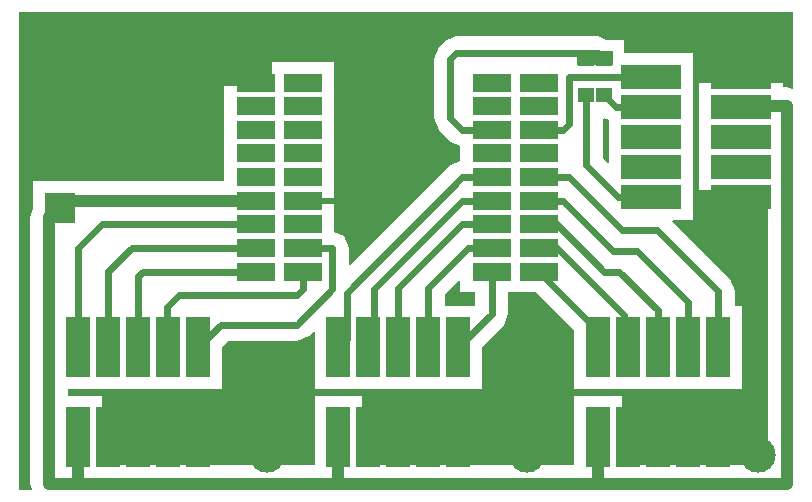
<source format=gtl>
G04 Layer_Physical_Order=1*
G04 Layer_Color=255*
%FSAX44Y44*%
%MOMM*%
G71*
G01*
G75*
%ADD10R,5.0800X2.0000*%
%ADD11R,2.0000X5.0800*%
%ADD12R,3.3000X1.5000*%
%ADD13R,1.4000X1.2000*%
%ADD14C,1.0000*%
%ADD15C,0.6000*%
%ADD16R,8.5000X2.0000*%
%ADD17R,9.0000X2.0000*%
%ADD18R,3.1000X1.2000*%
%ADD19R,2.5000X2.5000*%
%ADD20C,3.0000*%
G36*
X00903500Y00511941D02*
Y00502500D01*
X00915929D01*
Y00491200D01*
X00890271D01*
Y00500372D01*
X00902327Y00512427D01*
X00903500Y00511941D01*
D02*
G37*
G36*
X01029200Y00647998D02*
Y00639600D01*
Y00614200D01*
Y00612359D01*
X01028027Y00611873D01*
X01024071Y00615828D01*
Y00649130D01*
X01025341Y00649596D01*
X01029200Y00647998D01*
D02*
G37*
G36*
X01185000Y00675308D02*
X01183944Y00674602D01*
X01180000Y00676236D01*
X01176200D01*
Y00679600D01*
X01105400D01*
Y00639600D01*
Y00614200D01*
Y00588800D01*
X01163764D01*
Y00356236D01*
X01040000D01*
Y00415000D01*
X01000000D01*
Y00356236D01*
X00820000D01*
Y00415000D01*
X00780000D01*
Y00356236D01*
X00600000D01*
Y00415000D01*
X00571236D01*
Y00420400D01*
X00701600D01*
Y00455900D01*
X00706628Y00460929D01*
X00765000D01*
X00774950Y00465050D01*
X00778827Y00468927D01*
X00780000Y00468441D01*
Y00420400D01*
X00921600D01*
Y00455900D01*
X00939950Y00474250D01*
X00944071Y00484200D01*
Y00502500D01*
X00967600D01*
X01000000Y00470101D01*
Y00420400D01*
X01141600D01*
Y00491200D01*
X01135671D01*
Y00503400D01*
X01131550Y00513350D01*
X01082673Y00562227D01*
X01083159Y00563400D01*
X01100000D01*
Y00588800D01*
Y00614200D01*
Y00639600D01*
Y00665000D01*
Y00705000D01*
X01042000D01*
Y00716240D01*
X01027075D01*
X01020240Y00719071D01*
X00900000D01*
X00890050Y00714950D01*
X00885050Y00709950D01*
X00880929Y00700000D01*
Y00650000D01*
X00885050Y00640050D01*
X00895050Y00630050D01*
X00903500Y00626550D01*
Y00613450D01*
X00895050Y00609950D01*
X00810244Y00525144D01*
X00809071Y00525630D01*
Y00540000D01*
X00804950Y00549950D01*
X00796500Y00553450D01*
Y00577500D01*
X00756500D01*
Y00582500D01*
X00796500D01*
Y00602500D01*
Y00622500D01*
Y00642500D01*
Y00662500D01*
Y00697500D01*
X00743500D01*
Y00677500D01*
X00703500D01*
Y00642500D01*
Y00622500D01*
Y00602500D01*
Y00596236D01*
X00586500D01*
Y00596500D01*
X00541500D01*
Y00572605D01*
X00538764Y00566000D01*
Y00340000D01*
X00540398Y00336056D01*
X00539692Y00335000D01*
X00530000D01*
Y00740000D01*
X01185000D01*
Y00675308D01*
D02*
G37*
D10*
X01064600Y00583400D02*
D03*
Y00608800D02*
D03*
Y00634200D02*
D03*
Y00659600D02*
D03*
Y00685000D02*
D03*
X01140800Y00608800D02*
D03*
Y00583400D02*
D03*
Y00634200D02*
D03*
Y00659600D02*
D03*
Y00685000D02*
D03*
D11*
X00580000Y00379600D02*
D03*
X00605400D02*
D03*
X00630800D02*
D03*
X00656200D02*
D03*
X00681600D02*
D03*
Y00455800D02*
D03*
X00656200D02*
D03*
X00630800D02*
D03*
X00605400D02*
D03*
X00580000D02*
D03*
X00800000Y00379600D02*
D03*
X00825400D02*
D03*
X00850800D02*
D03*
X00876200D02*
D03*
X00901600D02*
D03*
Y00455800D02*
D03*
X00876200D02*
D03*
X00850800D02*
D03*
X00825400D02*
D03*
X00800000D02*
D03*
X01020000Y00379600D02*
D03*
X01045400D02*
D03*
X01070800D02*
D03*
X01096200D02*
D03*
X01121600D02*
D03*
Y00455800D02*
D03*
X01096200D02*
D03*
X01070800D02*
D03*
X01045400D02*
D03*
X01020000D02*
D03*
D12*
X00730000Y00520000D02*
D03*
Y00540000D02*
D03*
Y00560000D02*
D03*
Y00580000D02*
D03*
Y00600000D02*
D03*
Y00620000D02*
D03*
Y00640000D02*
D03*
Y00660000D02*
D03*
X00730000Y00680000D02*
D03*
X00770000Y00620000D02*
D03*
Y00600000D02*
D03*
Y00580000D02*
D03*
Y00560000D02*
D03*
Y00540000D02*
D03*
Y00520000D02*
D03*
Y00640000D02*
D03*
Y00660000D02*
D03*
Y00680000D02*
D03*
X00930000Y00520000D02*
D03*
Y00540000D02*
D03*
Y00560000D02*
D03*
Y00580000D02*
D03*
Y00600000D02*
D03*
Y00620000D02*
D03*
Y00640000D02*
D03*
Y00660000D02*
D03*
X00930000Y00680000D02*
D03*
X00970000Y00620000D02*
D03*
Y00600000D02*
D03*
Y00580000D02*
D03*
Y00560000D02*
D03*
Y00540000D02*
D03*
Y00520000D02*
D03*
Y00640000D02*
D03*
Y00660000D02*
D03*
Y00680000D02*
D03*
D13*
X01010000Y00669760D02*
D03*
X01025000D02*
D03*
Y00700240D02*
D03*
X01010000D02*
D03*
D14*
X00555000Y00340000D02*
Y00566000D01*
X00569000Y00580000D01*
X00740000D01*
X00580000Y00370000D02*
Y00340000D01*
X00800000D01*
Y00370000D01*
Y00340000D02*
X01020000D01*
X01180000D01*
Y00660000D01*
X01141200D01*
X01140800Y00659600D01*
X01020000Y00370000D02*
Y00340000D01*
X00580000D02*
X00555000D01*
D15*
X00580000Y00455800D02*
Y00540000D01*
X00600000Y00560000D01*
X00730000D01*
Y00540000D02*
X00625000D01*
X00605400Y00520400D01*
Y00455800D01*
X00630800D02*
Y00515800D01*
X00635000Y00520000D01*
X00730000D01*
X00700800Y00475000D02*
X00765000D01*
X00795000Y00505000D01*
Y00540000D01*
X00770000D01*
Y00520000D02*
Y00505000D01*
X00765000Y00500000D01*
X00665000D01*
X00655000Y00490000D01*
Y00455800D01*
X00681600D02*
X00700800Y00475000D01*
X00800000Y00455800D02*
X00807000Y00462800D01*
Y00502000D01*
X00905000Y00600000D01*
X00930000D01*
Y00580000D02*
X00905000D01*
X00830000Y00505000D01*
Y00460400D01*
X00825400Y00455800D01*
X00850800D02*
Y00505800D01*
X00905000Y00560000D01*
X00930000D01*
Y00540000D02*
X00910000D01*
X00876200Y00506200D01*
Y00455800D01*
X00901600D02*
X00930000Y00484200D01*
Y00520000D01*
X00970000D02*
X01020000Y00470000D01*
Y00455800D01*
X01045400D02*
X01042000Y00459200D01*
Y00483000D01*
X00985000Y00540000D01*
X00970000D01*
Y00560000D02*
X00985000D01*
X01025000Y00520000D01*
X01038000D01*
X01070800Y00487200D01*
Y00455800D01*
X01096200D02*
Y00493800D01*
X01053000Y00537000D01*
X01033000D01*
X00990000Y00580000D01*
X00970000D01*
X00995000Y00600000D02*
X01040000Y00555000D01*
X01070000D01*
X01121600Y00503400D01*
Y00455800D01*
X01064600Y00583400D02*
X01036600D01*
X01010000Y00610000D01*
Y00669760D01*
X00995000Y00685000D02*
X01064600D01*
Y00659600D02*
X01035160D01*
X01025000Y00669760D01*
Y00700240D02*
X01020240Y00705000D01*
X00900000D01*
X00895000Y00700000D01*
Y00650000D01*
X00905000Y00640000D01*
X00930000D01*
X00970000Y00600000D02*
X00995000D01*
Y00645000D02*
Y00685000D01*
Y00645000D02*
X00990000Y00640000D01*
X00970000D01*
D16*
X01082500Y00370000D02*
D03*
D17*
X00640000Y00370000D02*
D03*
X00860000D02*
D03*
D18*
X01017500Y00701000D02*
D03*
D19*
X00564000Y00574000D02*
D03*
Y00624000D02*
D03*
D20*
X00740000Y00365000D02*
D03*
X00960000D02*
D03*
X01155000D02*
D03*
X00845000Y00656000D02*
D03*
M02*

</source>
